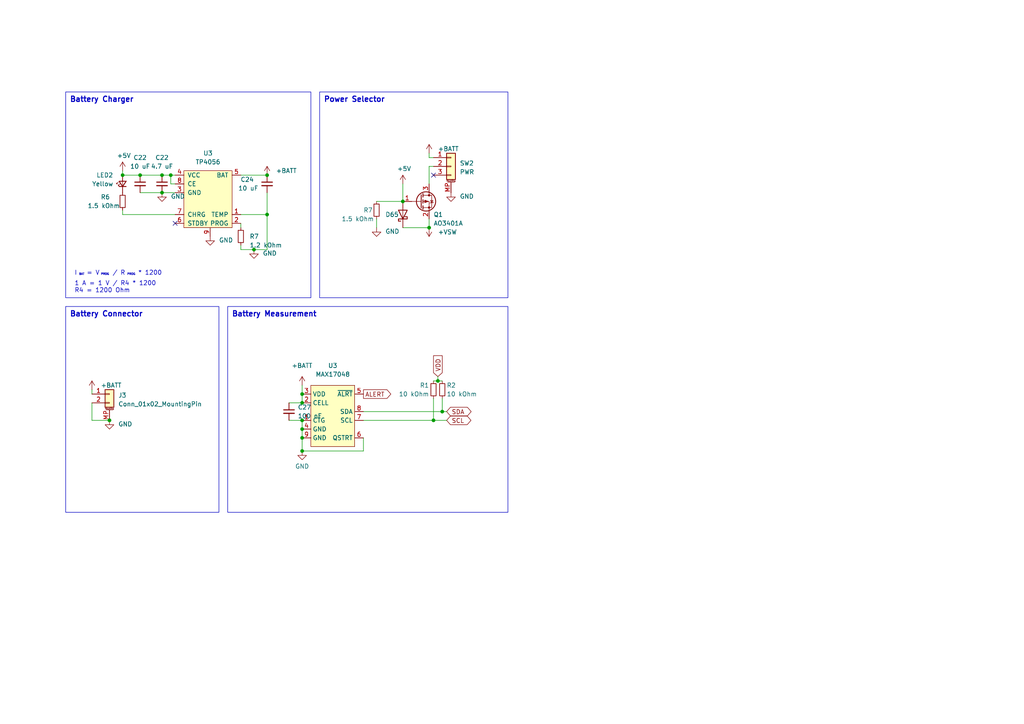
<source format=kicad_sch>
(kicad_sch (version 20230121) (generator eeschema)
  (paper "A4")
  (lib_symbols
    (symbol "Connector_Generic_MountingPin:Conn_01x02_MountingPin" (pin_names (offset 1.016) hide)
      (property "Reference" "J" (at 0 2.54 0))
      (property "Value" "Conn_01x02_MountingPin" (at 1.27 -5.08 0))
      (symbol "Conn_01x02_MountingPin_1_1"
        (rectangle (start -1.27 -2.413) (end 0 -2.667) (stroke (width 0.1524)))
        (rectangle (start -1.27 0.127) (end 0 -0.127) (stroke (width 0.1524)))
        (rectangle (start -1.27 1.27) (end 1.27 -3.81) (stroke (width 0.254)) (fill (type background)))
        (polyline (pts (xy -1.016 -4.572) (xy 1.016 -4.572)) (stroke (width 0.1524)))
        (text "Mounting" (at 0 -4.191 0) (effects (font (size 0.381 0.381))))
        (pin passive line (at -5.08 0 0) (length 3.81) (name "Pin_1") (number "1"))
        (pin passive line (at -5.08 -2.54 0) (length 3.81) (name "Pin_2") (number "2"))
        (pin passive line (at 0 -7.62 90) (length 3.048) (name "MountPin") (number "MP"))
      )
    )
    (symbol "Connector_Generic_MountingPin:Conn_01x03_MountingPin" (pin_names (offset 1.016) hide)
      (property "Reference" "J" (at 0 5.08 0))
      (property "Value" "Conn_01x03_MountingPin" (at 1.27 -5.08 0))
      (symbol "Conn_01x03_MountingPin_1_1"
        (rectangle (start -1.27 -2.413) (end 0 -2.667) (stroke (width 0.1524)))
        (rectangle (start -1.27 0.127) (end 0 -0.127) (stroke (width 0.1524)))
        (rectangle (start -1.27 2.667) (end 0 2.413) (stroke (width 0.1524)))
        (rectangle (start -1.27 3.81) (end 1.27 -3.81) (stroke (width 0.254)) (fill (type background)))
        (polyline (pts (xy -1.016 -4.572) (xy 1.016 -4.572)) (stroke (width 0.1524)))
        (text "Mounting" (at 0 -4.191 0) (effects (font (size 0.381 0.381))))
        (pin passive line (at -5.08 2.54 0) (length 3.81) (name "Pin_1") (number "1"))
        (pin passive line (at -5.08 0 0) (length 3.81) (name "Pin_2") (number "2"))
        (pin passive line (at -5.08 -2.54 0) (length 3.81) (name "Pin_3") (number "3"))
        (pin passive line (at 0 -7.62 90) (length 3.048) (name "MountPin") (number "MP"))
      )
    )
    (symbol "Device:C_Small" (pin_numbers hide) (pin_names (offset 0.254) hide)
      (property "Reference" "C" (at 0.254 1.778 0))
      (property "Value" "C_Small" (at 0.254 -2.032 0))
      (symbol "C_Small_0_1"
        (polyline (pts (xy -1.524 -0.508) (xy 1.524 -0.508)) (stroke (width 0.3302)))
        (polyline (pts (xy -1.524 0.508) (xy 1.524 0.508)) (stroke (width 0.3048)))
      )
      (symbol "C_Small_1_1"
        (pin passive line (at 0 2.54 270) (length 2.032) (name "~") (number "1"))
        (pin passive line (at 0 -2.54 90) (length 2.032) (name "~") (number "2"))
      )
    )
    (symbol "Device:D_Schottky" (pin_numbers hide) (pin_names (offset 1.016) hide)
      (property "Reference" "D" (at 0 2.54 0))
      (property "Value" "D_Schottky" (at 0 -2.54 0))
      (symbol "D_Schottky_0_1"
        (polyline (pts (xy 1.27 0) (xy -1.27 0)))
        (polyline (pts (xy 1.27 1.27) (xy 1.27 -1.27) (xy -1.27 0) (xy 1.27 1.27)) (stroke (width 0.254)))
        (polyline (pts (xy -1.905 0.635) (xy -1.905 1.27) (xy -1.27 1.27) (xy -1.27 -1.27) (xy -0.635 -1.27) (xy -0.635 -0.635)) (stroke (width 0.254)))
      )
      (symbol "D_Schottky_1_1"
        (pin passive line (at -3.81 0 0) (length 2.54) (name "K") (number "1"))
        (pin passive line (at 3.81 0 180) (length 2.54) (name "A") (number "2"))
      )
    )
    (symbol "Device:LED_Small" (pin_numbers hide) (pin_names (offset 0.254) hide)
      (property "Reference" "D" (at -1.27 3.175 0))
      (property "Value" "LED_Small" (at -4.445 -2.54 0))
      (symbol "LED_Small_0_1"
        (polyline (pts (xy -0.762 -1.016) (xy -0.762 1.016)) (stroke (width 0.254)))
        (polyline (pts (xy 1.016 0) (xy -0.762 0)))
        (polyline (pts (xy 0.762 -1.016) (xy -0.762 0) (xy 0.762 1.016) (xy 0.762 -1.016)) (stroke (width 0.254)))
        (polyline (pts (xy 0 0.762) (xy -0.508 1.27) (xy -0.254 1.27) (xy -0.508 1.27) (xy -0.508 1.016)))
        (polyline (pts (xy 0.508 1.27) (xy 0 1.778) (xy 0.254 1.778) (xy 0 1.778) (xy 0 1.524)))
      )
      (symbol "LED_Small_1_1"
        (pin passive line (at -2.54 0 0) (length 1.778) (name "K") (number "1"))
        (pin passive line (at 2.54 0 180) (length 1.778) (name "A") (number "2"))
      )
    )
    (symbol "Device:R_Small" (pin_numbers hide) (pin_names (offset 0.254) hide)
      (property "Reference" "R" (at 0.762 0.508 0))
      (property "Value" "R_Small" (at 0.762 -1.016 0))
      (symbol "R_Small_0_1"
        (rectangle (start -0.762 1.778) (end 0.762 -1.778) (stroke (width 0.2032)))
      )
      (symbol "R_Small_1_1"
        (pin passive line (at 0 2.54 270) (length 0.762) (name "~") (number "1"))
        (pin passive line (at 0 -2.54 90) (length 0.762) (name "~") (number "2"))
      )
    )
    (symbol "Transistor_FET:AO3401A" (pin_names hide)
      (property "Reference" "Q" (at 5.08 1.905 0))
      (property "Value" "AO3401A" (at 5.08 0 0))
      (symbol "AO3401A_0_1"
        (polyline (pts (xy 0.254 0) (xy -2.54 0)))
        (polyline (pts (xy 0.254 1.905) (xy 0.254 -1.905)) (stroke (width 0.254)))
        (polyline (pts (xy 0.762 -1.27) (xy 0.762 -2.286)) (stroke (width 0.254)))
        (polyline (pts (xy 0.762 0.508) (xy 0.762 -0.508)) (stroke (width 0.254)))
        (polyline (pts (xy 0.762 2.286) (xy 0.762 1.27)) (stroke (width 0.254)))
        (polyline (pts (xy 2.54 2.54) (xy 2.54 1.778)))
        (polyline (pts (xy 2.54 -2.54) (xy 2.54 0) (xy 0.762 0)))
        (polyline (pts (xy 0.762 1.778) (xy 3.302 1.778) (xy 3.302 -1.778) (xy 0.762 -1.778)))
        (polyline (pts (xy 2.286 0) (xy 1.27 0.381) (xy 1.27 -0.381) (xy 2.286 0)) (fill (type outline)))
        (polyline (pts (xy 2.794 -0.508) (xy 2.921 -0.381) (xy 3.683 -0.381) (xy 3.81 -0.254)))
        (polyline (pts (xy 3.302 -0.381) (xy 2.921 0.254) (xy 3.683 0.254) (xy 3.302 -0.381)))
        (circle (center 1.651 0) (radius 2.794) (stroke (width 0.254)))
        (circle (center 2.54 -1.778) (radius 0.254) (fill (type outline)))
        (circle (center 2.54 1.778) (radius 0.254) (fill (type outline)))
      )
      (symbol "AO3401A_1_1"
        (pin input line (at -5.08 0 0) (length 2.54) (name "G") (number "1"))
        (pin passive line (at 2.54 -5.08 90) (length 2.54) (name "S") (number "2"))
        (pin passive line (at 2.54 5.08 270) (length 2.54) (name "D") (number "3"))
      )
    )
    (symbol "marbastlib-various:MAX17048"
      (property "Reference" "U" (at 0 10.16 0))
      (property "Value" "MAX17048" (at 0 -10.16 0))
      (symbol "MAX17048_0_0"
        (pin power_in line (at -8.89 -1.27 0) (length 2.54) (name "CTG") (number "1"))
        (pin power_in line (at -8.89 3.81 0) (length 2.54) (name "CELL") (number "2"))
        (pin power_in line (at -8.89 6.35 0) (length 2.54) (name "VDD") (number "3"))
        (pin power_in line (at -8.89 -3.81 0) (length 2.54) (name "GND") (number "4"))
        (pin open_collector line (at 8.89 6.35 180) (length 2.54) (name "~{ALRT}") (number "5"))
        (pin input line (at 8.89 -6.35 180) (length 2.54) (name "QSTRT") (number "6"))
        (pin bidirectional line (at 8.89 -1.27 180) (length 2.54) (name "SCL") (number "7"))
        (pin bidirectional line (at 8.89 1.27 180) (length 2.54) (name "SDA") (number "8"))
        (pin power_in line (at -8.89 -6.35 0) (length 2.54) (name "GND") (number "9"))
      )
      (symbol "MAX17048_0_1"
        (rectangle (start -6.35 8.89) (end 6.35 -8.89) (stroke (width 0.1524)) (fill (type background)))
      )
    )
    (symbol "marbastlib-various:TP4056" (pin_names (offset 1.016))
      (property "Reference" "U3" (at -0.635 12.7 0))
      (property "Value" "TP4056" (at -0.635 10.16 0))
      (symbol "TP4056_0_1"
        (rectangle (start -7.62 7.62) (end 6.35 -8.89) (fill (type background)))
      )
      (symbol "TP4056_1_1"
        (pin input line (at 8.89 -5.08 180) (length 2.54) (name "TEMP") (number "1"))
        (pin input line (at 8.89 -7.62 180) (length 2.54) (name "PROG") (number "2"))
        (pin power_in line (at -10.16 1.27 0) (length 2.54) (name "GND") (number "3"))
        (pin power_in line (at -10.16 6.35 0) (length 2.54) (name "VCC") (number "4"))
        (pin power_out line (at 8.89 6.35 180) (length 2.54) (name "BAT") (number "5"))
        (pin output line (at -10.16 -7.62 0) (length 2.54) (name "STDBY") (number "6"))
        (pin output line (at -10.16 -5.08 0) (length 2.54) (name "CHRG") (number "7"))
        (pin input line (at -10.16 3.81 0) (length 2.54) (name "CE") (number "8"))
        (pin passive line (at 0 -11.43 90) (length 2.54) (name "") (number "9"))
      )
    )
    (symbol "power:+5V" (power) (pin_names (offset 0))
      (property "Value" "+5V" (at 0 3.556 0))
      (symbol "+5V_0_1"
        (polyline (pts (xy -0.762 1.27) (xy 0 2.54)))
        (polyline (pts (xy 0 0) (xy 0 2.54)))
        (polyline (pts (xy 0 2.54) (xy 0.762 1.27)))
      )
      (symbol "+5V_1_1"
        (pin power_in line (at 0 0 90) (length 0) hide (name "+5V") (number "1"))
      )
    )
    (symbol "power:+BATT" (power) (pin_names (offset 0))
      (property "Value" "+BATT" (at 0 3.556 0))
      (symbol "+BATT_0_1"
        (polyline (pts (xy -0.762 1.27) (xy 0 2.54)))
        (polyline (pts (xy 0 0) (xy 0 2.54)))
        (polyline (pts (xy 0 2.54) (xy 0.762 1.27)))
      )
      (symbol "+BATT_1_1"
        (pin power_in line (at 0 0 90) (length 0) hide (name "+BATT") (number "1"))
      )
    )
    (symbol "power:+VSW" (power) (pin_names (offset 0))
      (property "Value" "+VSW" (at 0 3.556 0))
      (symbol "+VSW_0_1"
        (polyline (pts (xy -0.762 1.27) (xy 0 2.54)))
        (polyline (pts (xy 0 0) (xy 0 2.54)))
        (polyline (pts (xy 0 2.54) (xy 0.762 1.27)))
      )
      (symbol "+VSW_1_1"
        (pin power_in line (at 0 0 90) (length 0) hide (name "+VSW") (number "1"))
      )
    )
    (symbol "power:GND" (power) (pin_names (offset 0))
      (property "Value" "GND" (at 0 -3.81 0))
      (symbol "GND_0_1"
        (polyline (pts (xy 0 0) (xy 0 -1.27) (xy 1.27 -1.27) (xy 0 -2.54) (xy -1.27 -1.27) (xy 0 -1.27)))
      )
      (symbol "GND_1_1"
        (pin power_in line (at 0 0 270) (length 0) hide (name "GND") (number "1"))
      )
    )
  )
  (junction (at 125.73 121.92))
  (junction (at 116.84 58.42))
  (junction (at 31.75 121.92))
  (junction (at 87.63 114.3))
  (junction (at 77.47 62.23))
  (junction (at 73.66 72.39))
  (junction (at 87.63 116.84))
  (junction (at 124.46 66.04))
  (junction (at 87.63 121.92))
  (junction (at 87.63 130.81))
  (junction (at 87.63 127))
  (junction (at 128.27 119.38))
  (junction (at 40.64 50.8))
  (junction (at 77.47 50.8))
  (junction (at 127 110.49))
  (junction (at 49.53 50.8))
  (junction (at 87.63 124.46))
  (junction (at 35.56 50.8))
  (junction (at 46.99 55.88))
  (junction (at 46.99 50.8))
  (no_connect (at 50.8 64.77))
  (no_connect (at 125.73 50.8))
  (wire (pts (xy 87.63 127) (xy 87.63 130.81)))
  (wire (pts (xy 35.56 62.23) (xy 35.56 60.96)))
  (wire (pts (xy 46.99 55.88) (xy 50.8 55.88)))
  (wire (pts (xy 69.85 72.39) (xy 73.66 72.39)))
  (wire (pts (xy 49.53 50.8) (xy 50.8 50.8)))
  (wire (pts (xy 116.84 58.42) (xy 109.22 58.42)))
  (wire (pts (xy 125.73 121.92) (xy 129.54 121.92)))
  (wire (pts (xy 35.56 50.8) (xy 40.64 50.8)))
  (wire (pts (xy 46.99 50.8) (xy 49.53 50.8)))
  (wire (pts (xy 83.82 116.84) (xy 87.63 116.84)))
  (wire (pts (xy 127 109.22) (xy 127 110.49)))
  (wire (pts (xy 109.22 63.5) (xy 109.22 66.04)))
  (wire (pts (xy 124.46 48.26) (xy 124.46 53.34)))
  (wire (pts (xy 73.66 72.39) (xy 77.47 72.39)))
  (wire (pts (xy 105.41 127) (xy 105.41 130.81)))
  (wire (pts (xy 69.85 50.8) (xy 77.47 50.8)))
  (wire (pts (xy 125.73 45.72) (xy 124.46 45.72)))
  (wire (pts (xy 125.73 48.26) (xy 124.46 48.26)))
  (wire (pts (xy 83.82 121.92) (xy 87.63 121.92)))
  (wire (pts (xy 26.67 116.84) (xy 26.67 121.92)))
  (wire (pts (xy 87.63 124.46) (xy 87.63 127)))
  (wire (pts (xy 69.85 72.39) (xy 69.85 71.12)))
  (wire (pts (xy 105.41 121.92) (xy 125.73 121.92)))
  (wire (pts (xy 128.27 115.57) (xy 128.27 119.38)))
  (wire (pts (xy 87.63 121.92) (xy 87.63 124.46)))
  (wire (pts (xy 124.46 63.5) (xy 124.46 66.04)))
  (wire (pts (xy 69.85 64.77) (xy 69.85 66.04)))
  (wire (pts (xy 127 110.49) (xy 128.27 110.49)))
  (wire (pts (xy 77.47 55.88) (xy 77.47 62.23)))
  (wire (pts (xy 87.63 111.76) (xy 87.63 114.3)))
  (wire (pts (xy 125.73 110.49) (xy 127 110.49)))
  (wire (pts (xy 50.8 62.23) (xy 35.56 62.23)))
  (wire (pts (xy 128.27 119.38) (xy 129.54 119.38)))
  (wire (pts (xy 40.64 55.88) (xy 46.99 55.88)))
  (wire (pts (xy 125.73 115.57) (xy 125.73 121.92)))
  (wire (pts (xy 87.63 114.3) (xy 87.63 116.84)))
  (wire (pts (xy 77.47 62.23) (xy 69.85 62.23)))
  (wire (pts (xy 35.56 49.53) (xy 35.56 50.8)))
  (wire (pts (xy 105.41 119.38) (xy 128.27 119.38)))
  (wire (pts (xy 124.46 66.04) (xy 116.84 66.04)))
  (wire (pts (xy 124.46 45.72) (xy 124.46 44.45)))
  (wire (pts (xy 105.41 130.81) (xy 87.63 130.81)))
  (wire (pts (xy 116.84 53.34) (xy 116.84 58.42)))
  (wire (pts (xy 40.64 50.8) (xy 46.99 50.8)))
  (wire (pts (xy 26.67 113.03) (xy 26.67 114.3)))
  (wire (pts (xy 49.53 50.8) (xy 49.53 53.34)))
  (wire (pts (xy 49.53 53.34) (xy 50.8 53.34)))
  (wire (pts (xy 26.67 121.92) (xy 31.75 121.92)))
  (wire (pts (xy 77.47 62.23) (xy 77.47 72.39)))
  (text_box "Battery Charger" (at 19.05 26.67 0) (size 71.12 59.69) (effects (font (size 1.54 1.54) (thickness 0.308) bold) (justify left top)))
  (text_box "Battery Measurement" (at 66.04 88.9 0) (size 81.28 59.69) (effects (font (size 1.54 1.54) (thickness 0.308) bold) (justify left top)))
  (text_box "Battery Connector" (at 19.05 88.9 0) (size 44.45 59.69) (effects (font (size 1.54 1.54) (thickness 0.308) bold) (justify left top)))
  (text_box "Power Selector" (at 92.71 26.67 0) (size 54.61 59.69) (effects (font (size 1.54 1.54) (thickness 0.308) bold) (justify left top)))
  (text "PROG\n" (at 29.21 80.01 0) (effects (font (size 0.57 0.57)) (justify left bottom)))
  (text "1 A = 1 V / R4 * 1200\nR4 = 1200 Ohm" (at 21.59 85.09 0) (effects (font (size 1.27 1.27)) (justify left bottom)))
  (text "PROG\n" (at 36.83 80.01 0) (effects (font (size 0.57 0.57)) (justify left bottom)))
  (text "BAT" (at 22.86 80.01 0) (effects (font (size 0.57 0.57)) (justify left bottom)))
  (text "I   = V    / R    * 1200" (at 21.59 80.01 0) (effects (font (size 1.27 1.27)) (justify left bottom)))
  (global_label "SDA" (shape bidirectional) (at 129.54 119.38 0) (property "Intersheetrefs" "${INTERSHEET_REFS}" (effects hide)))
  (global_label "ALERT" (shape output) (at 105.41 114.3 0) (property "Intersheetrefs" "${INTERSHEET_REFS}" (effects hide)))
  (global_label "SCL" (shape bidirectional) (at 129.54 121.92 0) (property "Intersheetrefs" "${INTERSHEET_REFS}" (effects hide)))
  (global_label "VDD" (shape input) (at 127 109.22 90) (property "Intersheetrefs" "${INTERSHEET_REFS}" (effects hide)))
  (symbol (lib_id "Device:R_Small") (at 128.27 113.03 0) (unit 1)
    (property "Reference" "R2" (at 129.54 111.7599 0) (effects (justify left)))
    (property "Value" "10 kOhm" (at 129.54 114.3 0) (effects (justify left)))
    (property "Footprint" "Resistor_SMD:R_0402_1005Metric" (effects hide))
    (property "LCSC" "C25744" (effects hide))
    (instances (project "osprey_rev_a" (path "" (reference "R2") (unit 1))) (project "Hotp4ck60" (path "" (reference "R12") (unit 1)) (path "" (reference "R8") (unit 1))) (project "designguide-schematic" (path "" (reference "R9") (unit 1))))
  )
  (symbol (lib_id "power:GND") (at 130.81 55.88 0) (unit 1)
    (property "Reference" "#PWR027" (effects hide))
    (property "Value" "GND" (at 133.35 56.9594 0) (effects (justify left)))
    (instances (project "osprey_rev_a" (path "" (reference "#PWR027") (unit 1))) (project "Hotp4ck60" (path "" (reference "#PWR023") (unit 1)) (path "" (reference "#PWR031") (unit 1))) (project "designguide-schematic" (path "" (reference "#PWR023") (unit 1))))
  )
  (symbol (lib_id "Transistor_FET:AO3401A") (at 121.92 58.42 0) (unit 1)
    (property "Reference" "Q1" (at 125.73 62.23 0) (effects (justify left)))
    (property "Value" "AO3401A" (at 125.73 64.77 0) (effects (justify left)))
    (property "Footprint" "Package_TO_SOT_SMD:SOT-23" (effects hide))
    (property "Datasheet" "http://www.aosmd.com/pdfs/datasheet/AO3401A.pdf" (effects hide))
  )
  (symbol (lib_id "power:GND") (at 60.96 68.58 0) (unit 1)
    (property "Reference" "#PWR027" (effects hide))
    (property "Value" "GND" (at 63.5 69.6594 0) (effects (justify left)))
    (instances (project "osprey_rev_a" (path "" (reference "#PWR027") (unit 1))) (project "Hotp4ck60" (path "" (reference "#PWR023") (unit 1)) (path "" (reference "#PWR034") (unit 1))) (project "designguide-schematic" (path "" (reference "#PWR023") (unit 1))))
  )
  (symbol (lib_id "Device:C_Small") (at 40.64 53.34 0) (unit 1)
    (property "Reference" "C22" (at 40.64 45.72 0))
    (property "Value" "10 uF" (at 40.64 48.26 0))
    (property "Footprint" "Capacitor_SMD:C_0805_2012Metric" (effects hide))
    (instances (project "Hotp4ck60" (path "" (reference "C22") (unit 1))) (project "designguide-schematic" (path "" (reference "C2") (unit 1))))
  )
  (symbol (lib_id "marbastlib-various:TP4056") (at 60.96 57.15 0) (unit 1)
    (property "Reference" "U3" (at 60.325 44.45 0))
    (property "Value" "TP4056" (at 60.325 46.99 0))
    (property "Footprint" "Package_SO:SOIC-8-1EP_3.9x4.9mm_P1.27mm_EP2.29x3mm" (effects hide))
    (property "Datasheet" "https://datasheet.lcsc.com/szlcsc/1906261508_Nanjing-Extension-Microelectronics-TP4056-42-ESOP8_C16581.pdf" (effects hide))
    (property "LCSC" "C16581" (effects hide))
  )
  (symbol (lib_id "Device:R_Small") (at 109.22 60.96 0) (unit 1)
    (property "Reference" "R7" (at 105.41 60.96 0) (effects (justify left)))
    (property "Value" "1.5 kOhm" (at 99.06 63.5 0) (effects (justify left)))
    (property "Footprint" "Resistor_SMD:R_0402_1005Metric" (effects hide))
    (property "LCSC" "C25867" (effects hide))
    (instances (project "osprey_rev_a" (path "" (reference "R7") (unit 1))) (project "Hotp4ck60" (path "" (reference "R4") (unit 1)) (path "" (reference "R6") (unit 1))) (project "designguide-schematic" (path "" (reference "R6") (unit 1))))
  )
  (symbol (lib_id "power:+BATT") (at 87.63 111.76 0) (unit 1)
    (property "Reference" "#PWR025" (effects hide))
    (property "Value" "+BATT" (at 87.63 106.045 0))
    (instances (project "osprey_rev_a" (path "" (reference "#PWR025") (unit 1))) (project "Hotp4ck60" (path "" (reference "#PWR026") (unit 1)) (path "" (reference "#PWR026") (unit 1))) (project "designguide-schematic" (path "" (reference "#PWR027") (unit 1))))
  )
  (symbol (lib_id "Device:R_Small") (at 69.85 68.58 0) (unit 1)
    (property "Reference" "R7" (at 72.39 68.58 0) (effects (justify left)))
    (property "Value" "1.2 kOhm" (at 72.39 71.12 0) (effects (justify left)))
    (property "Footprint" "Resistor_SMD:R_0402_1005Metric" (effects hide))
    (property "LCSC" "C25867" (effects hide))
    (instances (project "osprey_rev_a" (path "" (reference "R7") (unit 1))) (project "Hotp4ck60" (path "" (reference "R4") (unit 1)) (path "" (reference "R4") (unit 1))) (project "designguide-schematic" (path "" (reference "R6") (unit 1))))
  )
  (symbol (lib_id "Device:C_Small") (at 83.82 119.38 0) (unit 1)
    (property "Reference" "C27" (at 86.36 118.1163 0) (effects (justify left)))
    (property "Value" "100 nF" (at 86.36 120.6563 0) (effects (justify left)))
    (property "Footprint" "Capacitor_SMD:C_0402_1005Metric" (effects hide))
    (instances (project "osprey_rev_a" (path "" (reference "C27") (unit 1))) (project "Hotp4ck60" (path "" (reference "C27") (unit 1)) (path "" (reference "C25") (unit 1))) (project "designguide-schematic" (path "" (reference "C23") (unit 1))))
  )
  (symbol (lib_id "marbastlib-various:MAX17048") (at 96.52 120.65 0) (unit 1)
    (property "Reference" "U3" (at 96.52 106.045 0))
    (property "Value" "MAX17048" (at 96.52 108.585 0))
    (property "Footprint" "Package_DFN_QFN:DFN-8-1EP_2x2mm_P0.5mm_EP0.7x1.3mm" (effects hide))
    (property "Datasheet" "https://datasheets.maximintegrated.com/en/ds/MAX17048-MAX17049.pdf" (effects hide))
    (instances (project "osprey_rev_a" (path "" (reference "U3") (unit 1))) (project "Hotp4ck60" (path "" (reference "U4") (unit 1)) (path "" (reference "U4") (unit 1))) (project "designguide-schematic" (path "" (reference "U3") (unit 1))))
  )
  (symbol (lib_id "power:+VSW") (at 124.46 66.04 180) (unit 1)
    (property "Reference" "#PWR021" (effects hide))
    (property "Value" "+VSW" (at 127 67.3099 0) (effects (justify right)))
    (instances (project "Hotp4ck60" (path "" (reference "#PWR021") (unit 1))) (project "designguide-schematic" (path "" (reference "#PWR020") (unit 1))))
  )
  (symbol (lib_id "Connector_Generic_MountingPin:Conn_01x03_MountingPin") (at 130.81 48.26 0) (unit 1)
    (property "Reference" "SW2" (at 133.35 47.3456 0) (effects (justify left)))
    (property "Value" "PWR" (at 133.35 49.8856 0) (effects (justify left)))
    (property "Footprint" "marbastlib-various:SW_MSK12C02-HB" (effects hide))
  )
  (symbol (lib_id "power:GND") (at 73.66 72.39 0) (unit 1)
    (property "Reference" "#PWR027" (effects hide))
    (property "Value" "GND" (at 76.2 73.4694 0) (effects (justify left)))
    (instances (project "osprey_rev_a" (path "" (reference "#PWR027") (unit 1))) (project "Hotp4ck60" (path "" (reference "#PWR023") (unit 1)) (path "" (reference "#PWR017") (unit 1))) (project "designguide-schematic" (path "" (reference "#PWR023") (unit 1))))
  )
  (symbol (lib_id "Device:R_Small") (at 125.73 113.03 0) (unit 1)
    (property "Reference" "R1" (at 124.46 111.7599 0) (effects (justify right)))
    (property "Value" "10 kOhm" (at 124.46 114.3 0) (effects (justify right)))
    (property "Footprint" "Resistor_SMD:R_0402_1005Metric" (effects hide))
    (property "LCSC" "C25744" (effects hide))
    (instances (project "osprey_rev_a" (path "" (reference "R1") (unit 1))) (project "Hotp4ck60" (path "" (reference "R8") (unit 1)) (path "" (reference "R7") (unit 1))) (project "designguide-schematic" (path "" (reference "R8") (unit 1))))
  )
  (symbol (lib_id "power:GND") (at 109.22 66.04 0) (unit 1)
    (property "Reference" "#PWR027" (effects hide))
    (property "Value" "GND" (at 111.76 67.1194 0) (effects (justify left)))
    (instances (project "osprey_rev_a" (path "" (reference "#PWR027") (unit 1))) (project "Hotp4ck60" (path "" (reference "#PWR023") (unit 1)) (path "" (reference "#PWR022") (unit 1))) (project "designguide-schematic" (path "" (reference "#PWR023") (unit 1))))
  )
  (symbol (lib_id "Device:C_Small") (at 77.47 53.34 0) (unit 1)
    (property "Reference" "C24" (at 73.66 52.07 0) (effects (justify right)))
    (property "Value" "10 uF" (at 74.93 54.61 0) (effects (justify right)))
    (property "Footprint" "Capacitor_SMD:C_0805_2012Metric" (effects hide))
    (instances (project "Hotp4ck60" (path "" (reference "C24") (unit 1))) (project "designguide-schematic" (path "" (reference "C2") (unit 1))))
  )
  (symbol (lib_id "Device:R_Small") (at 35.56 58.42 0) (unit 1)
    (property "Reference" "R6" (at 29.21 57.15 0) (effects (justify left)))
    (property "Value" "1.5 kOhm" (at 25.4 59.69 0) (effects (justify left)))
    (property "Footprint" "Resistor_SMD:R_0402_1005Metric" (effects hide))
    (property "LCSC" "C25792" (effects hide))
    (instances (project "osprey_rev_a" (path "" (reference "R6") (unit 1))) (project "Hotp4ck60" (path "" (reference "R3") (unit 1)) (path "" (reference "R3") (unit 1))) (project "designguide-schematic" (path "" (reference "R5") (unit 1))))
  )
  (symbol (lib_id "Device:C_Small") (at 46.99 53.34 0) (unit 1)
    (property "Reference" "C22" (at 46.99 45.72 0))
    (property "Value" "4.7 uF" (at 46.99 48.26 0))
    (property "Footprint" "Capacitor_SMD:C_0402_1005Metric" (effects hide))
    (property "LCSC" "C52923" (effects hide))
    (property "Notes" "X7R, 10%" (effects hide))
    (instances (project "osprey_rev_a" (path "" (reference "C22") (unit 1))) (project "Hotp4ck60" (path "" (reference "C22") (unit 1)) (path "" (reference "C23") (unit 1))) (project "designguide-schematic" (path "" (reference "C24") (unit 1))))
  )
  (symbol (lib_id "power:GND") (at 31.75 121.92 0) (unit 1)
    (property "Reference" "#PWR027" (effects hide))
    (property "Value" "GND" (at 34.29 122.9994 0) (effects (justify left)))
    (instances (project "osprey_rev_a" (path "" (reference "#PWR027") (unit 1))) (project "Hotp4ck60" (path "" (reference "#PWR023") (unit 1)) (path "" (reference "#PWR033") (unit 1))) (project "designguide-schematic" (path "" (reference "#PWR023") (unit 1))))
  )
  (symbol (lib_id "Device:D_Schottky") (at 116.84 62.23 90) (unit 1)
    (property "Reference" "D65" (at 111.76 62.23 90) (effects (justify right)))
    (property "Value" "D_Schottky" (effects hide))
    (property "Footprint" "Diode_SMD:D_SOD-123" (effects hide))
  )
  (symbol (lib_id "power:+BATT") (at 26.67 113.03 0) (unit 1)
    (property "Reference" "#PWR024" (effects hide))
    (property "Value" "+BATT" (at 29.21 111.7599 0) (effects (justify left)))
    (instances (project "osprey_rev_a" (path "" (reference "#PWR024") (unit 1))) (project "Hotp4ck60" (path "" (reference "#PWR024") (unit 1)) (path "" (reference "#PWR023") (unit 1))) (project "designguide-schematic" (path "" (reference "#PWR024") (unit 1))))
  )
  (symbol (lib_id "power:+BATT") (at 124.46 44.45 0) (unit 1)
    (property "Reference" "#PWR024" (effects hide))
    (property "Value" "+BATT" (at 127 43.1799 0) (effects (justify left)))
    (instances (project "osprey_rev_a" (path "" (reference "#PWR024") (unit 1))) (project "Hotp4ck60" (path "" (reference "#PWR024") (unit 1)) (path "" (reference "#PWR018") (unit 1))) (project "designguide-schematic" (path "" (reference "#PWR024") (unit 1))))
  )
  (symbol (lib_id "power:+BATT") (at 77.47 50.8 0) (unit 1)
    (property "Reference" "#PWR024" (effects hide))
    (property "Value" "+BATT" (at 80.01 49.5299 0) (effects (justify left)))
  )
  (symbol (lib_id "Connector_Generic_MountingPin:Conn_01x02_MountingPin") (at 31.75 114.3 0) (unit 1)
    (property "Reference" "J3" (at 34.29 114.6556 0) (effects (justify left)))
    (property "Value" "Conn_01x02_MountingPin" (at 34.29 117.1956 0) (effects (justify left)))
    (property "Footprint" "Connector_Molex:Molex_PicoBlade_53261-0271_1x02-1MP_P1.25mm_Horizontal" (effects hide))
    (instances (project "Hotp4ck60" (path "" (reference "J3") (unit 1)) (path "" (reference "J2") (unit 1))) (project "designguide-schematic" (path "" (reference "J3") (unit 1))))
  )
  (symbol (lib_id "power:GND") (at 46.99 55.88 0) (unit 1)
    (property "Reference" "#PWR027" (effects hide))
    (property "Value" "GND" (at 49.53 56.9594 0) (effects (justify left)))
    (instances (project "osprey_rev_a" (path "" (reference "#PWR027") (unit 1))) (project "Hotp4ck60" (path "" (reference "#PWR023") (unit 1)) (path "" (reference "#PWR016") (unit 1))) (project "designguide-schematic" (path "" (reference "#PWR023") (unit 1))))
  )
  (symbol (lib_id "power:+5V") (at 35.56 49.53 0) (unit 1)
    (property "Reference" "#PWR018" (effects hide))
    (property "Value" "+5V" (at 35.941 45.1358 0))
    (instances (project "osprey_rev_a" (path "" (reference "#PWR018") (unit 1))) (project "Hotp4ck60" (path "" (reference "#PWR016") (unit 1)) (path "" (reference "#PWR032") (unit 1))) (project "designguide-schematic" (path "" (reference "#PWR019") (unit 1))))
  )
  (symbol (lib_id "Device:LED_Small") (at 35.56 53.34 90) (unit 1)
    (property "Reference" "LED2" (at 27.94 50.8 90) (effects (justify right)))
    (property "Value" "Yellow" (at 26.67 53.34 90) (effects (justify right)))
    (property "Footprint" "LED_SMD:LED_0603_1608Metric" (effects hide))
    (property "LCSC" "C72038" (effects hide))
  )
  (symbol (lib_id "power:+5V") (at 116.84 53.34 0) (unit 1)
    (property "Reference" "#PWR018" (effects hide))
    (property "Value" "+5V" (at 117.221 48.9458 0))
    (instances (project "osprey_rev_a" (path "" (reference "#PWR018") (unit 1))) (project "Hotp4ck60" (path "" (reference "#PWR016") (unit 1)) (path "" (reference "#PWR019") (unit 1))) (project "designguide-schematic" (path "" (reference "#PWR019") (unit 1))))
  )
  (symbol (lib_id "power:GND") (at 87.63 130.81 0) (unit 1)
    (property "Reference" "#PWR028" (effects hide))
    (property "Value" "GND" (at 87.63 135.255 0))
    (instances (project "osprey_rev_a" (path "" (reference "#PWR028") (unit 1))) (project "Hotp4ck60" (path "" (reference "#PWR027") (unit 1)) (path "" (reference "#PWR027") (unit 1))) (project "designguide-schematic" (path "" (reference "#PWR028") (unit 1))))
  )
)
</source>
